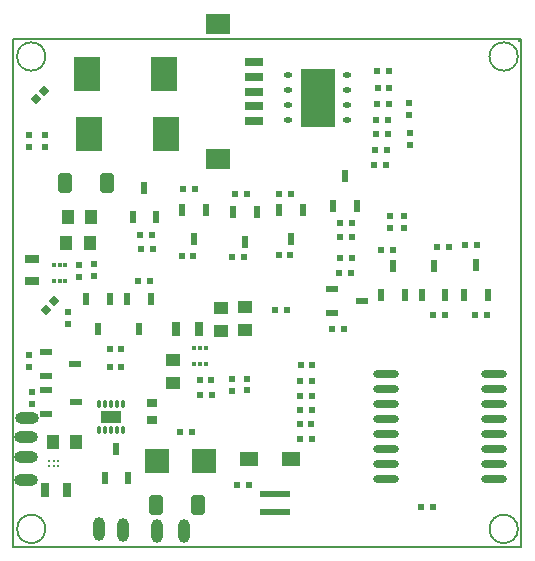
<source format=gbp>
%FSLAX25Y25*%
%MOIN*%
G70*
G01*
G75*
G04 Layer_Color=128*
%ADD10C,0.01000*%
%ADD11C,0.01500*%
%ADD12C,0.02000*%
%ADD13C,0.03937*%
%ADD14R,0.08268X0.08268*%
%ADD15R,0.08268X0.08268*%
%ADD16R,0.03150X0.02362*%
%ADD17R,0.02362X0.03150*%
%ADD18R,0.01083X0.00984*%
%ADD19R,0.00984X0.01083*%
%ADD20R,0.01181X0.01890*%
%ADD21R,0.01890X0.01181*%
%ADD22R,0.02362X0.02362*%
%ADD23R,0.02362X0.02362*%
%ADD24R,0.03347X0.02756*%
%ADD25R,0.01083X0.00984*%
%ADD26R,0.00984X0.01083*%
%ADD27R,0.02756X0.03347*%
%ADD28R,0.01378X0.00787*%
%ADD29R,0.01181X0.01181*%
%ADD30R,0.01378X0.00984*%
%ADD31R,0.01378X0.01181*%
G04:AMPARAMS|DCode=32|XSize=39.37mil|YSize=41.34mil|CornerRadius=5.91mil|HoleSize=0mil|Usage=FLASHONLY|Rotation=90.000|XOffset=0mil|YOffset=0mil|HoleType=Round|Shape=RoundedRectangle|*
%AMROUNDEDRECTD32*
21,1,0.03937,0.02953,0,0,90.0*
21,1,0.02756,0.04134,0,0,90.0*
1,1,0.01181,0.01476,0.01378*
1,1,0.01181,0.01476,-0.01378*
1,1,0.01181,-0.01476,-0.01378*
1,1,0.01181,-0.01476,0.01378*
%
%ADD32ROUNDEDRECTD32*%
G04:AMPARAMS|DCode=33|XSize=41.34mil|YSize=86.61mil|CornerRadius=6.2mil|HoleSize=0mil|Usage=FLASHONLY|Rotation=90.000|XOffset=0mil|YOffset=0mil|HoleType=Round|Shape=RoundedRectangle|*
%AMROUNDEDRECTD33*
21,1,0.04134,0.07421,0,0,90.0*
21,1,0.02894,0.08661,0,0,90.0*
1,1,0.01240,0.03711,0.01447*
1,1,0.01240,0.03711,-0.01447*
1,1,0.01240,-0.03711,-0.01447*
1,1,0.01240,-0.03711,0.01447*
%
%ADD33ROUNDEDRECTD33*%
G04:AMPARAMS|DCode=34|XSize=27.56mil|YSize=33.47mil|CornerRadius=0mil|HoleSize=0mil|Usage=FLASHONLY|Rotation=225.000|XOffset=0mil|YOffset=0mil|HoleType=Round|Shape=Rectangle|*
%AMROTATEDRECTD34*
4,1,4,-0.00209,0.02158,0.02158,-0.00209,0.00209,-0.02158,-0.02158,0.00209,-0.00209,0.02158,0.0*
%
%ADD34ROTATEDRECTD34*%

%ADD35O,0.06299X0.01181*%
%ADD36R,0.06299X0.01181*%
%ADD37O,0.01181X0.06299*%
%ADD38R,0.04800X0.05600*%
%ADD39R,0.05000X0.05000*%
%ADD40R,0.05000X0.07874*%
%ADD41R,0.07874X0.02756*%
%ADD42C,0.00600*%
%ADD43C,0.00800*%
%ADD44C,0.00500*%
%ADD45C,0.02000*%
%ADD46C,0.03000*%
%ADD47C,0.04000*%
%ADD48C,0.05000*%
%ADD49C,0.03000*%
%ADD50C,0.04000*%
%ADD51O,0.07874X0.03937*%
%ADD52O,0.03937X0.07874*%
%ADD53R,0.02362X0.03937*%
%ADD54R,0.02559X0.04921*%
%ADD55C,0.00787*%
%ADD56R,0.03937X0.05118*%
%ADD57R,0.01200X0.01800*%
%ADD58R,0.04921X0.02559*%
%ADD59R,0.05118X0.03937*%
%ADD60O,0.01378X0.02756*%
%ADD61R,0.07087X0.04331*%
G04:AMPARAMS|DCode=62|XSize=45mil|YSize=65mil|CornerRadius=5.63mil|HoleSize=0mil|Usage=FLASHONLY|Rotation=0.000|XOffset=0mil|YOffset=0mil|HoleType=Round|Shape=RoundedRectangle|*
%AMROUNDEDRECTD62*
21,1,0.04500,0.05375,0,0,0.0*
21,1,0.03375,0.06500,0,0,0.0*
1,1,0.01125,0.01688,-0.02688*
1,1,0.01125,-0.01688,-0.02688*
1,1,0.01125,-0.01688,0.02688*
1,1,0.01125,0.01688,0.02688*
%
%ADD62ROUNDEDRECTD62*%
%ADD63O,0.08661X0.02362*%
%ADD64R,0.11811X0.19685*%
%ADD65O,0.02953X0.01772*%
%ADD66R,0.08661X0.11811*%
%ADD67R,0.09843X0.01969*%
%ADD68P,0.03341X4X90.0*%
%ADD69R,0.03937X0.02362*%
%ADD70R,0.07874X0.07874*%
%ADD71R,0.05906X0.05118*%
%ADD72R,0.07874X0.07087*%
%ADD73R,0.05906X0.03150*%
%ADD74R,0.14704X0.04000*%
%ADD75C,0.01200*%
%ADD76C,0.00300*%
%ADD77R,0.35200X0.19400*%
%ADD78R,0.02472X0.02228*%
%ADD79C,0.04737*%
%ADD80R,0.09068X0.09068*%
%ADD81R,0.09068X0.09068*%
%ADD82R,0.03950X0.03162*%
%ADD83R,0.03162X0.03950*%
%ADD84R,0.01883X0.01784*%
%ADD85R,0.01784X0.01883*%
%ADD86R,0.01981X0.02690*%
%ADD87R,0.02690X0.01981*%
%ADD88R,0.03162X0.03162*%
%ADD89R,0.03162X0.03162*%
%ADD90R,0.04147X0.03556*%
%ADD91R,0.01883X0.01784*%
%ADD92R,0.01784X0.01883*%
%ADD93R,0.03556X0.04147*%
%ADD94R,0.02178X0.01587*%
%ADD95R,0.01981X0.01981*%
%ADD96R,0.02178X0.01784*%
%ADD97R,0.02178X0.01981*%
G04:AMPARAMS|DCode=98|XSize=47.37mil|YSize=49.34mil|CornerRadius=7.11mil|HoleSize=0mil|Usage=FLASHONLY|Rotation=90.000|XOffset=0mil|YOffset=0mil|HoleType=Round|Shape=RoundedRectangle|*
%AMROUNDEDRECTD98*
21,1,0.04737,0.03513,0,0,90.0*
21,1,0.03316,0.04934,0,0,90.0*
1,1,0.01421,0.01756,0.01658*
1,1,0.01421,0.01756,-0.01658*
1,1,0.01421,-0.01756,-0.01658*
1,1,0.01421,-0.01756,0.01658*
%
%ADD98ROUNDEDRECTD98*%
G04:AMPARAMS|DCode=99|XSize=49.34mil|YSize=94.61mil|CornerRadius=7.4mil|HoleSize=0mil|Usage=FLASHONLY|Rotation=90.000|XOffset=0mil|YOffset=0mil|HoleType=Round|Shape=RoundedRectangle|*
%AMROUNDEDRECTD99*
21,1,0.04934,0.07981,0,0,90.0*
21,1,0.03454,0.09461,0,0,90.0*
1,1,0.01480,0.03991,0.01727*
1,1,0.01480,0.03991,-0.01727*
1,1,0.01480,-0.03991,-0.01727*
1,1,0.01480,-0.03991,0.01727*
%
%ADD99ROUNDEDRECTD99*%
G04:AMPARAMS|DCode=100|XSize=35.56mil|YSize=41.47mil|CornerRadius=0mil|HoleSize=0mil|Usage=FLASHONLY|Rotation=225.000|XOffset=0mil|YOffset=0mil|HoleType=Round|Shape=Rectangle|*
%AMROTATEDRECTD100*
4,1,4,-0.00209,0.02723,0.02723,-0.00209,0.00209,-0.02723,-0.02723,0.00209,-0.00209,0.02723,0.0*
%
%ADD100ROTATEDRECTD100*%

%ADD101O,0.07099X0.01981*%
%ADD102R,0.07099X0.01981*%
%ADD103O,0.01981X0.07099*%
%ADD104R,0.05600X0.06400*%
%ADD105R,0.05800X0.05800*%
%ADD106R,0.05800X0.08674*%
%ADD107R,0.08674X0.03556*%
%ADD108O,0.08674X0.04737*%
%ADD109O,0.04737X0.08674*%
%ADD110R,0.03162X0.04737*%
%ADD111R,0.03359X0.05721*%
%ADD112C,0.01587*%
%ADD113R,0.04737X0.05918*%
%ADD114R,0.02000X0.02600*%
%ADD115R,0.05721X0.03359*%
%ADD116R,0.05918X0.04737*%
%ADD117O,0.02178X0.03556*%
%ADD118R,0.07887X0.05131*%
G04:AMPARAMS|DCode=119|XSize=53mil|YSize=73mil|CornerRadius=6.63mil|HoleSize=0mil|Usage=FLASHONLY|Rotation=0.000|XOffset=0mil|YOffset=0mil|HoleType=Round|Shape=RoundedRectangle|*
%AMROUNDEDRECTD119*
21,1,0.05300,0.05975,0,0,0.0*
21,1,0.03975,0.07300,0,0,0.0*
1,1,0.01325,0.01988,-0.02988*
1,1,0.01325,-0.01988,-0.02988*
1,1,0.01325,-0.01988,0.02988*
1,1,0.01325,0.01988,0.02988*
%
%ADD119ROUNDEDRECTD119*%
%ADD120O,0.09461X0.03162*%
%ADD121R,0.12611X0.20485*%
%ADD122O,0.03753X0.02572*%
%ADD123R,0.09461X0.12611*%
%ADD124R,0.10642X0.02769*%
%ADD125P,0.04472X4X90.0*%
%ADD126R,0.04737X0.03162*%
%ADD127R,0.08674X0.08674*%
%ADD128R,0.06706X0.05918*%
%ADD129R,0.08674X0.07887*%
%ADD130R,0.06706X0.03950*%
D22*
X95726Y60427D02*
D03*
X99663D02*
D03*
X136000Y13332D02*
D03*
X139936D02*
D03*
X108904Y107875D02*
D03*
X112841D02*
D03*
X108951Y103108D02*
D03*
X112889D02*
D03*
X139973Y77153D02*
D03*
X143910D02*
D03*
X145082Y100045D02*
D03*
X141145D02*
D03*
X42112Y103835D02*
D03*
X46049D02*
D03*
X42447Y99178D02*
D03*
X46384D02*
D03*
X91011Y79024D02*
D03*
X87074D02*
D03*
X108643Y91317D02*
D03*
X112580D02*
D03*
X99352Y35906D02*
D03*
X95415D02*
D03*
X99321Y40998D02*
D03*
X95384D02*
D03*
X126361Y98918D02*
D03*
X122424D02*
D03*
X120324Y127152D02*
D03*
X124261D02*
D03*
X124724Y137558D02*
D03*
X120787D02*
D03*
X120561Y132316D02*
D03*
X124498D02*
D03*
X32045Y59888D02*
D03*
X35982D02*
D03*
X32045Y65988D02*
D03*
X35982D02*
D03*
X62272Y50547D02*
D03*
X66209D02*
D03*
X62024Y55700D02*
D03*
X65961D02*
D03*
X154419Y100390D02*
D03*
X150482D02*
D03*
X153972Y77222D02*
D03*
X157909D02*
D03*
X110222Y72685D02*
D03*
X106285D02*
D03*
X41592Y88664D02*
D03*
X45529D02*
D03*
X112909Y96128D02*
D03*
X108972D02*
D03*
X77785Y117466D02*
D03*
X73848D02*
D03*
X72867Y96565D02*
D03*
X76804D02*
D03*
X92350Y117539D02*
D03*
X88413D02*
D03*
X88371Y97370D02*
D03*
X92308D02*
D03*
X60410Y119095D02*
D03*
X56473D02*
D03*
X56055Y97047D02*
D03*
X59992D02*
D03*
X121073Y147572D02*
D03*
X125010D02*
D03*
X121346Y152822D02*
D03*
X125283D02*
D03*
X124860Y142254D02*
D03*
X120923D02*
D03*
X125030Y158442D02*
D03*
X121093Y158442D02*
D03*
X95601Y50296D02*
D03*
X99538D02*
D03*
X99601Y45496D02*
D03*
X95664D02*
D03*
X95664Y55096D02*
D03*
X99601D02*
D03*
X74456Y20550D02*
D03*
X78393D02*
D03*
X55626Y38179D02*
D03*
X59563D02*
D03*
D23*
X125645Y106314D02*
D03*
Y110251D02*
D03*
X130049Y106243D02*
D03*
Y110180D02*
D03*
X10552Y137136D02*
D03*
Y133200D02*
D03*
X5052Y137136D02*
D03*
Y133200D02*
D03*
X131969Y143852D02*
D03*
Y147789D02*
D03*
X132206Y137887D02*
D03*
Y133950D02*
D03*
X77948Y56007D02*
D03*
Y52070D02*
D03*
X72929Y55966D02*
D03*
Y52029D02*
D03*
X26886Y90181D02*
D03*
Y94118D02*
D03*
X21811Y89933D02*
D03*
Y93870D02*
D03*
X18256Y74301D02*
D03*
Y78238D02*
D03*
X5185Y63972D02*
D03*
Y60035D02*
D03*
X6174Y47666D02*
D03*
Y51603D02*
D03*
D24*
X46209Y42101D02*
D03*
Y48007D02*
D03*
D44*
X168110Y5906D02*
G03*
X168110Y5906I-4724J0D01*
G01*
X10630Y163386D02*
G03*
X10630Y163386I-4724J0D01*
G01*
X168110D02*
G03*
X168110Y163386I-4724J0D01*
G01*
X10630Y5906D02*
G03*
X10630Y5906I-4724J0D01*
G01*
X168484Y168484D02*
X169291Y169291D01*
X-0D02*
X169291D01*
X-0D02*
X0Y0D01*
X169291Y-0D02*
Y169291D01*
X0Y-74D02*
X169291Y-0D01*
D51*
X4272Y29740D02*
D03*
X4058Y22143D02*
D03*
X4317Y36483D02*
D03*
X4406Y42902D02*
D03*
D52*
X28651Y6008D02*
D03*
X36663Y5596D02*
D03*
X56790Y5133D02*
D03*
X47715Y5334D02*
D03*
D53*
X106644Y113564D02*
D03*
X110582Y123407D02*
D03*
X114518Y113564D02*
D03*
X143974Y83820D02*
D03*
X140037Y93663D02*
D03*
X136100Y83820D02*
D03*
X38217Y22873D02*
D03*
X34280Y32715D02*
D03*
X30343Y22873D02*
D03*
X130483Y83726D02*
D03*
X126546Y93568D02*
D03*
X122609Y83726D02*
D03*
X158035Y84022D02*
D03*
X154098Y93865D02*
D03*
X150161Y84022D02*
D03*
X24237Y82507D02*
D03*
X28174Y72664D02*
D03*
X32111Y82507D02*
D03*
X37926D02*
D03*
X41863Y72664D02*
D03*
X45800Y82507D02*
D03*
X56139Y112286D02*
D03*
X60076Y102443D02*
D03*
X64013Y112286D02*
D03*
X88480Y112261D02*
D03*
X92417Y102418D02*
D03*
X96354Y112261D02*
D03*
X73143Y111540D02*
D03*
X77080Y101697D02*
D03*
X81017Y111540D02*
D03*
X39723Y109749D02*
D03*
X43660Y119591D02*
D03*
X47597Y109749D02*
D03*
D54*
X17844Y18747D02*
D03*
X10363D02*
D03*
X61810Y72529D02*
D03*
X54330D02*
D03*
D55*
X14968Y28426D02*
D03*
Y26851D02*
D03*
X13393Y28426D02*
D03*
Y26851D02*
D03*
X11818Y28426D02*
D03*
X11818Y26851D02*
D03*
D56*
X13061Y35005D02*
D03*
X20935Y35005D02*
D03*
X18033Y109741D02*
D03*
X25907D02*
D03*
X17566Y101100D02*
D03*
X25440D02*
D03*
D57*
X13358Y88512D02*
D03*
X17326D02*
D03*
X15358Y88512D02*
D03*
X13358Y93869D02*
D03*
X15358Y93869D02*
D03*
X17326D02*
D03*
X60049Y60735D02*
D03*
X64018Y60735D02*
D03*
X62050D02*
D03*
X60049Y66092D02*
D03*
X62050Y66092D02*
D03*
X64018D02*
D03*
D58*
X6079Y95955D02*
D03*
X6079Y88475D02*
D03*
D59*
X53230Y62368D02*
D03*
Y54494D02*
D03*
X77013Y72131D02*
D03*
Y80005D02*
D03*
X69201Y71803D02*
D03*
Y79677D02*
D03*
D60*
X28542Y47518D02*
D03*
X30511Y47518D02*
D03*
X32479D02*
D03*
X34448Y47518D02*
D03*
X36416D02*
D03*
Y38856D02*
D03*
X34448D02*
D03*
X32479Y38856D02*
D03*
X30511D02*
D03*
X28542Y38856D02*
D03*
D61*
X32479Y43187D02*
D03*
D62*
X61430Y13831D02*
D03*
X47430D02*
D03*
X31183Y121158D02*
D03*
X17183D02*
D03*
D63*
X160201Y57677D02*
D03*
Y52677D02*
D03*
Y47677D02*
D03*
Y42677D02*
D03*
Y37677D02*
D03*
X160201Y32677D02*
D03*
X160201Y27677D02*
D03*
Y22677D02*
D03*
X124177Y57677D02*
D03*
X124177Y52677D02*
D03*
X124177Y47677D02*
D03*
X124177Y42677D02*
D03*
X124177Y37677D02*
D03*
X124177Y32677D02*
D03*
X124177Y27677D02*
D03*
X124177Y22677D02*
D03*
D64*
X101383Y149629D02*
D03*
D65*
X111127Y142129D02*
D03*
Y147129D02*
D03*
Y152129D02*
D03*
Y157129D02*
D03*
X91639D02*
D03*
Y152129D02*
D03*
Y147129D02*
D03*
Y142129D02*
D03*
D66*
X50673Y137686D02*
D03*
X25082D02*
D03*
X50211Y157591D02*
D03*
X24620D02*
D03*
D67*
X87201Y11671D02*
D03*
Y17571D02*
D03*
D68*
X13476Y81777D02*
D03*
X10692Y78993D02*
D03*
X10236Y152009D02*
D03*
X7452Y149225D02*
D03*
D69*
X10770Y57006D02*
D03*
X20612Y60943D02*
D03*
X10770Y64880D02*
D03*
X11001Y44342D02*
D03*
X20844Y48279D02*
D03*
X11001Y52216D02*
D03*
X106285Y77885D02*
D03*
X116128Y81822D02*
D03*
X106285Y85759D02*
D03*
D70*
X47846Y28546D02*
D03*
X63595D02*
D03*
D71*
X78393Y29150D02*
D03*
X92393Y29150D02*
D03*
D72*
X68318Y174348D02*
D03*
Y129073D02*
D03*
D73*
X80129Y141868D02*
D03*
X80129Y146789D02*
D03*
X80129Y151710D02*
D03*
Y156632D02*
D03*
Y161553D02*
D03*
M02*

</source>
